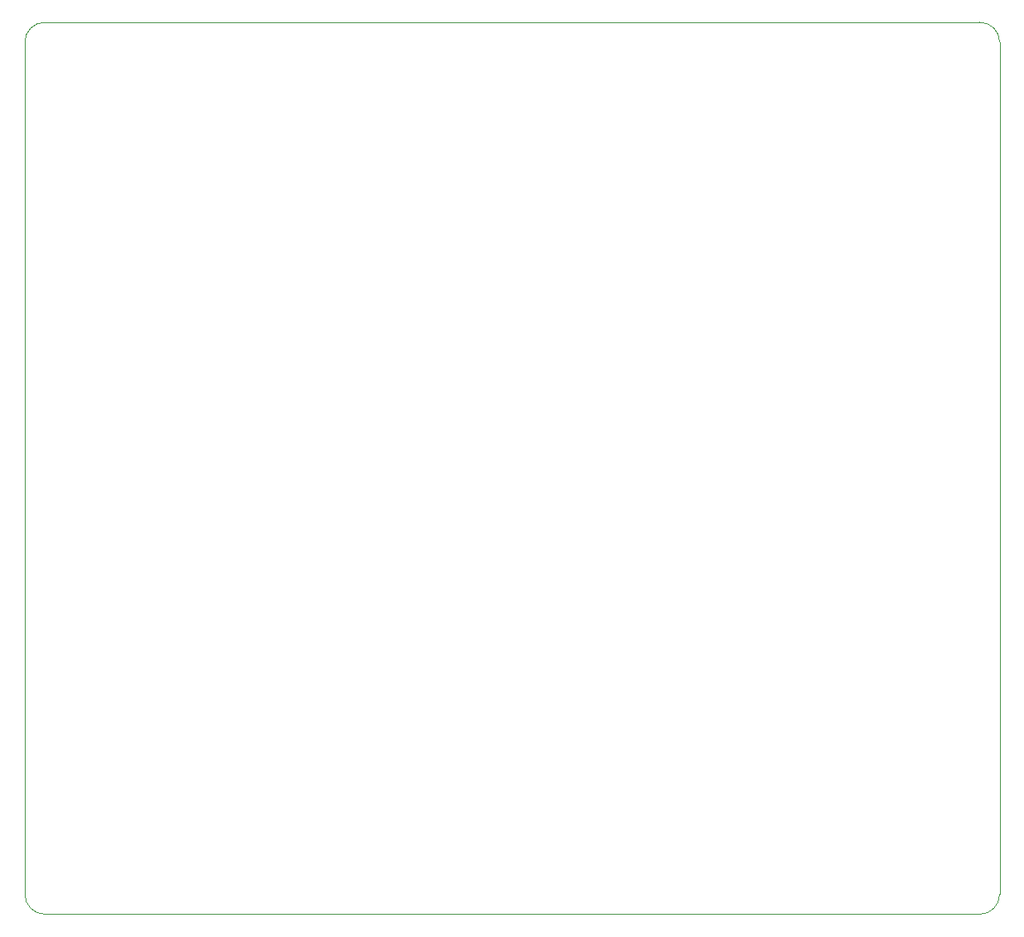
<source format=gm1>
%TF.GenerationSoftware,KiCad,Pcbnew,8.0.8*%
%TF.CreationDate,2025-03-14T22:40:08-03:00*%
%TF.ProjectId,pi_controller,70695f63-6f6e-4747-926f-6c6c65722e6b,1.0*%
%TF.SameCoordinates,Original*%
%TF.FileFunction,Profile,NP*%
%FSLAX46Y46*%
G04 Gerber Fmt 4.6, Leading zero omitted, Abs format (unit mm)*
G04 Created by KiCad (PCBNEW 8.0.8) date 2025-03-14 22:40:08*
%MOMM*%
%LPD*%
G01*
G04 APERTURE LIST*
%TA.AperFunction,Profile*%
%ADD10C,0.100000*%
%TD*%
G04 APERTURE END LIST*
D10*
X89154000Y-58166000D02*
G75*
G02*
X91186000Y-56134000I2032000J0D01*
G01*
X186817000Y-147447000D02*
X91186000Y-147447000D01*
X186817000Y-56134000D02*
G75*
G02*
X188849000Y-58166000I0J-2032000D01*
G01*
X188849000Y-58166000D02*
X188849000Y-145415000D01*
X188849000Y-145415000D02*
G75*
G02*
X186817000Y-147447000I-2032000J0D01*
G01*
X91186000Y-56134000D02*
X186817000Y-56134000D01*
X89154000Y-145415000D02*
X89154000Y-58166000D01*
X91186000Y-147447000D02*
G75*
G02*
X89154000Y-145415000I0J2032000D01*
G01*
M02*

</source>
